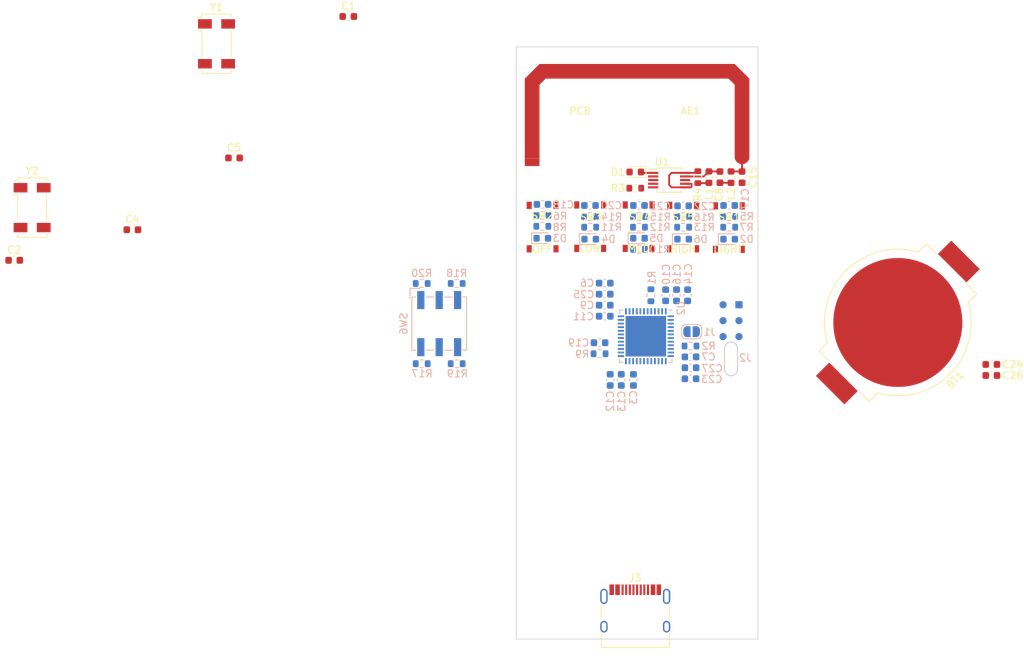
<source format=kicad_pcb>
(kicad_pcb (version 20211014) (generator pcbnew)
  (layers (0 "F.Cu" signal) (31 "B.Cu" signal) (34 "B.Paste" user) (35 "F.Paste" user) (36 "B.SilkS" user "B.Silkscreen") (37 "F.SilkS" user "F.Silkscreen") (38 "B.Mask" user) (39 "F.Mask" user) (44 "Edge.Cuts" user))
  (net 0 "")
  (net 1 "GND")
  (net 2 "+BATT")
  (net 3 "Net-(C1-Pad2)")
  (net 4 "Net-(C2-Pad2)")
  (net 5 "Net-(C3-Pad2)")
  (net 6 "Net-(C4-Pad2)")
  (net 7 "Net-(C5-Pad2)")
  (net 8 "VDD")
  (net 9 "Net-(C8-Pad1)")
  (net 10 "Net-(C8-Pad2)")
  (net 11 "LIGHT")
  (net 12 "OFF")
  (net 13 "IRQ")
  (net 14 "LOW")
  (net 15 "MED")
  (net 16 "HIGH")
  (net 17 "ASK")
  (net 18 "Net-(D1-Pad2)")
  (net 19 "Net-(D2-Pad1)")
  (net 20 "Net-(D2-Pad2)")
  (net 21 "Net-(D3-Pad2)")
  (net 22 "Net-(D4-Pad2)")
  (net 23 "Net-(D5-Pad2)")
  (net 24 "Net-(D6-Pad2)")
  (net 25 "NRST")
  (net 26 "SWDIO")
  (net 27 "SWO")
  (net 28 "SWCLK")
  (net 37 "Net-(L1-Pad2)")
  (net 38 "Net-(R1-Pad2)")
  (net 39 "Net-(R5-Pad2)")
  (net 40 "Net-(R6-Pad2)")
  (net 41 "Net-(R14-Pad2)")
  (net 42 "Net-(R15-Pad2)")
  (net 43 "Net-(R16-Pad2)")
  (net 44 "Net-(R17-Pad1)")
  (net 45 "Net-(R18-Pad1)")
  (net 46 "Net-(R19-Pad1)")
  (net 47 "Net-(R20-Pad1)")
  (net 66 "JTDI")
  (net 67 "NJTRST")
  (net 73 "Net-(C15-Pad1)")
  (footprint "Capacitor_SMD:C_0603_1608Metric" (layer "F.Cu") (at 179.4256 77.3684)
    (fp_text reference "C26" (at 2.9464 0) (layer "F.SilkS"))
    (fp_text value "0.1uF")
    (pad "1" smd roundrect (at -0.775 0) (size 0.9 0.95) (layers "F.Cu" "F.Paste" "F.Mask") (net 2 "+BATT"))
    (pad "2" smd roundrect (at 0.775 0) (size 0.9 0.95) (layers "F.Cu" "F.Paste" "F.Mask") (net 1 "GND"))
  )
  (footprint "Capacitor_SMD:C_0603_1608Metric" (layer "F.Cu") (at 141.986 49.9872 90)
    (fp_text reference "C8" (at -2.413 -0.127 90) (layer "F.SilkS"))
    (fp_text value "10pF" hide)
    (pad "1" smd roundrect (at -0.775 0 90) (size 0.9 0.95) (layers "F.Cu" "F.Paste" "F.Mask") (net 9 "Net-(C8-Pad1)"))
    (pad "2" smd roundrect (at 0.775 0 90) (size 0.9 0.95) (layers "F.Cu" "F.Paste" "F.Mask") (net 10 "Net-(C8-Pad2)"))
  )
  (footprint "Capacitor_SMD:C_0603_1608Metric" (layer "F.Cu") (at 74.949 47.336)
    (fp_text reference "C5" (at 0 -1.43) (layer "F.SilkS"))
    (fp_text value "12pF")
    (pad "1" smd roundrect (at -0.775 0) (size 0.9 0.95) (layers "F.Cu" "F.Paste" "F.Mask") (net 1 "GND"))
    (pad "2" smd roundrect (at 0.775 0) (size 0.9 0.95) (layers "F.Cu" "F.Paste" "F.Mask") (net 7 "Net-(C5-Pad2)"))
  )
  (footprint "Capacitor_SMD:C_0603_1608Metric" (layer "F.Cu") (at 90.709 27.806)
    (fp_text reference "C1" (at 0 -1.43) (layer "F.SilkS"))
    (fp_text value "18pF")
    (pad "1" smd roundrect (at -0.775 0) (size 0.9 0.95) (layers "F.Cu" "F.Paste" "F.Mask") (net 1 "GND"))
    (pad "2" smd roundrect (at 0.775 0) (size 0.9 0.95) (layers "F.Cu" "F.Paste" "F.Mask") (net 3 "Net-(C1-Pad2)"))
  )
  (footprint "Resistor_SMD:R_0603_1608Metric" (layer "F.Cu") (at 138.938 49.9872 -90)
    (fp_text reference "R4" (at 2.413 0 90) (layer "F.SilkS"))
    (fp_text value "0")
    (pad "1" smd roundrect (at -0.825 0 270) (size 0.8 0.95) (layers "F.Cu" "F.Paste" "F.Mask") (net 8 "VDD"))
    (pad "2" smd roundrect (at 0.825 0 270) (size 0.8 0.95) (layers "F.Cu" "F.Paste" "F.Mask") (net 37 "Net-(L1-Pad2)"))
  )
  (footprint "Battery:BatteryHolder_MPD_BC2003_1x2032" (layer "F.Cu") (at 166.5224 70.0532 -135)
    (fp_text reference "BT1" (at 0 -11.2 45) (layer "F.SilkS"))
    (fp_text value "3V")
    (pad "1" smd rect (at -11.905 0 225) (size 2.6 5.56) (layers "F.Cu" "F.Paste" "F.Mask") (net 2 "+BATT"))
    (pad "1" smd rect (at 11.905 0 225) (size 2.6 5.56) (layers "F.Cu" "F.Paste" "F.Mask") (net 2 "+BATT"))
    (pad "2" smd circle (at 0 0 225) (size 17.8 17.8) (layers "F.Cu" "F.Mask") (net 1 "GND"))
  )
  (footprint "Capacitor_SMD:C_0603_1608Metric" (layer "F.Cu") (at 60.919 57.246)
    (fp_text reference "C4" (at 0 -1.43) (layer "F.SilkS"))
    (fp_text value "18pF")
    (pad "1" smd roundrect (at -0.775 0) (size 0.9 0.95) (layers "F.Cu" "F.Paste" "F.Mask") (net 1 "GND"))
    (pad "2" smd roundrect (at 0.775 0) (size 0.9 0.95) (layers "F.Cu" "F.Paste" "F.Mask") (net 6 "Net-(C4-Pad2)"))
  )
  (footprint "Inductor_SMD:L_0603_1608Metric" (layer "F.Cu") (at 140.462 49.9872 -90)
    (fp_text reference "L1" (at 2.286 0 90) (layer "F.SilkS"))
    (fp_text value "470nH" hide)
    (pad "1" smd roundrect (at -0.7875 0 270) (size 0.875 0.95) (layers "F.Cu" "F.Paste" "F.Mask") (net 10 "Net-(C8-Pad2)"))
    (pad "2" smd roundrect (at 0.7875 0 270) (size 0.875 0.95) (layers "F.Cu" "F.Paste" "F.Mask") (net 37 "Net-(L1-Pad2)"))
  )
  (footprint "matei:PTS526 SKG15 SMTR2 LFS" (layer "F.Cu") (at 119.718 60.379 90)
    (fp_text reference "SW2" (at 5.08 -2.243) (layer "F.SilkS"))
    (fp_text value "OFF" (at 0.435 -2.243) (layer "F.SilkS"))
    (pad "1" smd rect (at 0.5 -4.05 90) (size 1 0.7) (layers "F.Cu" "F.Paste" "F.Mask") (net 8 "VDD"))
    (pad "2" smd rect (at 0.5 -0.35 90) (size 1 0.7) (layers "F.Cu" "F.Paste" "F.Mask") (net 8 "VDD"))
    (pad "3" smd rect (at 6.5 -4.05 90) (size 1 0.7) (layers "F.Cu" "F.Paste" "F.Mask") (net 40 "Net-(R6-Pad2)"))
    (pad "4" smd rect (at 6.5 -0.35 90) (size 1 0.7) (layers "F.Cu" "F.Paste" "F.Mask") (net 21 "Net-(D3-Pad2)"))
  )
  (footprint "Diode_SMD:D_0603_1608Metric" (layer "F.Cu") (at 130.302 49.276 180)
    (fp_text reference "D1" (at 2.413 0) (layer "F.SilkS"))
    (fp_text value "LED")
    (pad "1" smd roundrect (at -0.7875 0 180) (size 0.875 0.95) (layers "F.Cu" "F.Paste" "F.Mask") (net 17 "ASK"))
    (pad "2" smd roundrect (at 0.7875 0 180) (size 0.875 0.95) (layers "F.Cu" "F.Paste" "F.Mask") (net 18 "Net-(D1-Pad2)"))
  )
  (footprint "matei:PTS526 SKG15 SMTR2 LFS" (layer "F.Cu") (at 139.108 60.379 90)
    (fp_text reference "SW5" (at 4.88 -2.202) (layer "F.SilkS"))
    (fp_text value "HIGH" (at 0.435 -2.202) (layer "F.SilkS"))
    (pad "1" smd rect (at 0.5 -4.05 90) (size 1 0.7) (layers "F.Cu" "F.Paste" "F.Mask") (net 8 "VDD"))
    (pad "2" smd rect (at 0.5 -0.35 90) (size 1 0.7) (layers "F.Cu" "F.Paste" "F.Mask") (net 8 "VDD"))
    (pad "3" smd rect (at 6.5 -4.05 90) (size 1 0.7) (layers "F.Cu" "F.Paste" "F.Mask") (net 43 "Net-(R16-Pad2)"))
    (pad "4" smd rect (at 6.5 -0.35 90) (size 1 0.7) (layers "F.Cu" "F.Paste" "F.Mask") (net 24 "Net-(D6-Pad2)"))
  )
  (footprint "Capacitor_SMD:C_0603_1608Metric" (layer "F.Cu") (at 179.4256 75.8444)
    (fp_text reference "C24" (at 2.9464 0) (layer "F.SilkS"))
    (fp_text value "100uF")
    (pad "1" smd roundrect (at -0.775 0) (size 0.9 0.95) (layers "F.Cu" "F.Paste" "F.Mask") (net 2 "+BATT"))
    (pad "2" smd roundrect (at 0.775 0) (size 0.9 0.95) (layers "F.Cu" "F.Paste" "F.Mask") (net 1 "GND"))
  )
  (footprint "matei:PTS526 SKG15 SMTR2 LFS" (layer "F.Cu") (at 126.281 60.325 90)
    (fp_text reference "SW3" (at 4.826 -2.075) (layer "F.SilkS"))
    (fp_text value "LOW" (at 0.508 -2.202) (layer "F.SilkS"))
    (pad "1" smd rect (at 0.5 -4.05 90) (size 1 0.7) (layers "F.Cu" "F.Paste" "F.Mask") (net 8 "VDD"))
    (pad "2" smd rect (at 0.5 -0.35 90) (size 1 0.7) (layers "F.Cu" "F.Paste" "F.Mask") (net 8 "VDD"))
    (pad "3" smd rect (at 6.5 -4.05 90) (size 1 0.7) (layers "F.Cu" "F.Paste" "F.Mask") (net 41 "Net-(R14-Pad2)"))
    (pad "4" smd rect (at 6.5 -0.35 90) (size 1 0.7) (layers "F.Cu" "F.Paste" "F.Mask") (net 22 "Net-(D4-Pad2)"))
  )
  (footprint "Crystal:Crystal_SMD_Abracon_ABS25-4Pin_8.0x3.8mm" (layer "F.Cu") (at 47.089 54.196)
    (fp_text reference "Y2" (at 0 -5.08) (layer "F.SilkS"))
    (fp_text value "9.375MHz")
    (pad "1" smd rect (at -1.6 -2.75 270) (size 1.3 1.9) (layers "F.Cu" "F.Paste" "F.Mask") (net 7 "Net-(C5-Pad2)"))
    (pad "2" smd rect (at -1.6 2.75 270) (size 1.3 1.9) (layers "F.Cu" "F.Paste" "F.Mask") (net 1 "GND"))
    (pad "3" smd rect (at 1.6 2.75 270) (size 1.3 1.9) (layers "F.Cu" "F.Paste" "F.Mask") (net 4 "Net-(C2-Pad2)"))
    (pad "4" smd rect (at 1.6 -2.75 270) (size 1.3 1.9) (layers "F.Cu" "F.Paste" "F.Mask") (net 1 "GND"))
  )
  (footprint "Package_SO:MSOP-10_3x3mm_P0.5mm" (layer "F.Cu") (at 134.9756 50.3936)
    (fp_text reference "U1" (at -0.9906 -2.5146) (layer "F.SilkS"))
    (fp_text value "MICRF112YMM" hide)
    (pad "1" smd rect (at -2.2 -1) (size 1.4 0.3) (layers "F.Cu" "F.Paste" "F.Mask") (net 17 "ASK"))
    (pad "2" smd rect (at -2.2 -0.5) (size 1.4 0.3) (layers "F.Cu" "F.Paste" "F.Mask") (net 4 "Net-(C2-Pad2)"))
    (pad "3" smd rect (at -2.2 0) (size 1.4 0.3) (layers "F.Cu" "F.Paste" "F.Mask") (net 7 "Net-(C5-Pad2)"))
    (pad "4" smd rect (at -2.2 0.5) (size 1.4 0.3) (layers "F.Cu" "F.Paste" "F.Mask") (net 1 "GND"))
    (pad "5" smd rect (at -2.2 1) (size 1.4 0.3) (layers "F.Cu" "F.Paste" "F.Mask"))
    (pad "6" smd rect (at 2.2 1) (size 1.4 0.3) (layers "F.Cu" "F.Paste" "F.Mask") (net 8 "VDD"))
    (pad "7" smd rect (at 2.2 0.5) (size 1.4 0.3) (layers "F.Cu" "F.Paste" "F.Mask") (net 8 "VDD"))
    (pad "8" smd rect (at 2.2 0) (size 1.4 0.3) (layers "F.Cu" "F.Paste" "F.Mask") (net 1 "GND"))
    (pad "9" smd rect (at 2.2 -0.5) (size 1.4 0.3) (layers "F.Cu" "F.Paste" "F.Mask") (net 10 "Net-(C8-Pad2)"))
    (pad "10" smd rect (at 2.2 -1) (size 1.4 0.3) (layers "F.Cu" "F.Paste" "F.Mask") (net 8 "VDD"))
  )
  (footprint "Inductor_SMD:L_0603_1608Metric" (layer "F.Cu") (at 143.51 49.9872 -90)
    (fp_text reference "L2" (at 2.286 0 90) (layer "F.SilkS"))
    (fp_text value "82nH" hide)
    (pad "1" smd roundrect (at -0.7875 0 270) (size 0.875 0.95) (layers "F.Cu" "F.Paste" "F.Mask") (net 73 "Net-(C15-Pad1)"))
    (pad "2" smd roundrect (at 0.7875 0 270) (size 0.875 0.95) (layers "F.Cu" "F.Paste" "F.Mask") (net 9 "Net-(C8-Pad1)"))
  )
  (footprint "matei:antenna-300-500MHz" (layer "F.Cu") (at 115.06 48.4525)
    (fp_text reference "AE1" (at 22.86 -7.62) (layer "F.SilkS"))
    (fp_text value "PCB" (at 7.62 -7.62) (layer "F.SilkS"))
    (pad "1" smd custom (at 29.972 -1.27) (size 1.27 1.27) (layers "F.Cu" "F.Mask") (net 73 "Net-(C15-Pad1)") (options (clearance outline) (anchor circle)) (primitives (gr_poly (pts (xy -29.972 -10.795) (xy -27.94 -12.827) (xy -1.016 -12.827) (xy 1.016 -10.795) (xy 1.016 0) (xy 0.996 0.198) (xy 0.939 0.389) (xy 0.845 0.564) (xy 0.718 0.718) (xy 0.564 0.845) (xy 0.389 0.939) (xy 0.198 0.996) (xy 0 1.016) (xy -0.198 0.996) (xy -0.389 0.939) (xy -0.564 0.845) (xy -0.718 0.718) (xy -0.845 0.564) (xy -0.939 0.389) (xy -0.996 0.198) (xy -1.016 0) (xy -1.016 -9.953) (xy -1.858 -10.795) (xy -27.098 -10.795) (xy -27.94 -9.953) (xy -27.94 0.254) (xy -29.972 0.254)) (width 0) (fill yes))))
    (pad "2" smd rect (at 1.016 -0.508) (size 2.032 1.016) (layers "F.Cu" "F.Paste" "F.Mask") (net 1 "GND"))
  )
  (footprint "Crystal:Crystal_SMD_Abracon_ABS25-4Pin_8.0x3.8mm" (layer "F.Cu") (at 72.529 31.576)
    (fp_text reference "Y1" (at 0 -5.08) (layer "F.SilkS"))
    (fp_text value "4MHz")
    (pad "1" smd rect (at -1.6 -2.75 270) (size 1.3 1.9) (layers "F.Cu" "F.Paste" "F.Mask") (net 3 "Net-(C1-Pad2)"))
    (pad "2" smd rect (at -1.6 2.75 270) (size 1.3 1.9) (layers "F.Cu" "F.Paste" "F.Mask") (net 1 "GND"))
    (pad "3" smd rect (at 1.6 2.75 270) (size 1.3 1.9) (layers "F.Cu" "F.Paste" "F.Mask") (net 6 "Net-(C4-Pad2)"))
    (pad "4" smd rect (at 1.6 -2.75 270) (size 1.3 1.9) (layers "F.Cu" "F.Paste" "F.Mask") (net 1 "GND"))
  )
  (footprint "matei:PTS526 SKG15 SMTR2 LFS" (layer "F.Cu") (at 132.969 60.325 90)
    (fp_text reference "SW4" (at 4.826 -2.032) (layer "F.SilkS"))
    (fp_text value "MED" (at 0.508 -2.159) (layer "F.SilkS"))
    (pad "1" smd rect (at 0.5 -4.05 90) (size 1 0.7) (layers "F.Cu" "F.Paste" "F.Mask") (net 8 "VDD"))
    (pad "2" smd rect (at 0.5 -0.35 90) (size 1 0.7) (layers "F.Cu" "F.Paste" "F.Mask") (net 8 "VDD"))
    (pad "3" smd rect (at 6.5 -4.05 90) (size 1 0.7) (layers "F.Cu" "F.Paste" "F.Mask") (net 42 "Net-(R15-Pad2)"))
    (pad "4" smd rect (at 6.5 -0.35 90) (size 1 0.7) (layers "F.Cu" "F.Paste" "F.Mask") (net 23 "Net-(D5-Pad2)"))
  )
  (footprint "Resistor_SMD:R_0603_1608Metric" (layer "F.Cu") (at 130.302 51.5112 180)
    (fp_text reference "R3" (at 2.413 0) (layer "F.SilkS"))
    (fp_text value "100k" hide)
    (pad "1" smd roundrect (at -0.825 0 180) (size 0.8 0.95) (layers "F.Cu" "F.Paste" "F.Mask") (net 17 "ASK"))
    (pad "2" smd roundrect (at 0.825 0 180) (size 0.8 0.95) (layers "F.Cu" "F.Paste" "F.Mask") (net 1 "GND"))
  )
  (footprint "Capacitor_SMD:C_0603_1608Metric" (layer "F.Cu") (at 145.034 49.9872 -90)
    (fp_text reference "C15" (at 0 -1.524 90) (layer "F.SilkS"))
    (fp_text value "4.7pF" hide)
    (pad "1" smd roundrect (at -0.775 0 270) (size 0.9 0.95) (layers "F.Cu" "F.Paste" "F.Mask") (net 73 "Net-(C15-Pad1)"))
    (pad "2" smd roundrect (at 0.775 0 270) (size 0.9 0.95) (layers "F.Cu" "F.Paste" "F.Mask") (net 1 "GND"))
  )
  (footprint "Connector_USB:USB_C_Receptacle_HRO_TYPE-C-31-M-12" (layer "F.Cu") (at 130.302 110.998)
    (fp_text reference "J3" (at 0 -5.645) (layer "F.SilkS"))
    (fp_text value "USB-C")
    (pad "" np_thru_hole circle (at 2.89 -2.6) (size 0.65 0.65) (drill 0.65) (layers *.Cu *.Mask))
    (pad "" np_thru_hole circle (at -2.89 -2.6) (size 0.65 0.65) (drill 0.65) (layers *.Cu *.Mask))
    (pad "A1" smd rect (at -3.25 -4.045) (size 0.6 1.45) (layers "F.Cu" "F.Paste" "F.Mask") (net 1 "GND"))
    (pad "A4" smd rect (at -2.45 -4.045) (size 0.6 1.45) (layers "F.Cu" "F.Paste" "F.Mask") (net 8 "VDD"))
    (pad "A5" smd rect (at -1.25 -4.045) (size 0.3 1.45) (layers "F.Cu" "F.Paste" "F.Mask"))
    (pad "A6" smd rect (at -0.25 -4.045) (size 0.3 1.45) (layers "F.Cu" "F.Paste" "F.Mask"))
    (pad "A7" smd rect (at 0.25 -4.045) (size 0.3 1.45) (layers "F.Cu" "F.Paste" "F.Mask"))
    (pad "A8" smd rect (at 1.25 -4.045) (size 0.3 1.45) (layers "F.Cu" "F.Paste" "F.Mask"))
    (pad "A9" smd rect (at 2.45 -4.045) (size 0.6 1.45) (layers "F.Cu" "F.Paste" "F.Mask") (net 8 "VDD"))
    (pad "A12" smd rect (at 3.25 -4.045) (size 0.6 1.45) (layers "F.Cu" "F.Paste" "F.Mask") (net 1 "GND"))
    (pad "B1" smd rect (at 3.25 -4.045) (size 0.6 1.45) (layers "F.Cu" "F.Paste" "F.Mask") (net 1 "GND"))
    (pad "B4" smd rect (at 2.45 -4.045) (size 0.6 1.45) (layers "F.Cu" "F.Paste" "F.Mask") (net 8 "VDD"))
    (pad "B5" smd rect (at 1.75 -4.045) (size 0.3 1.45) (layers "F.Cu" "F.Paste" "F.Mask"))
    (pad "B6" smd rect (at 0.75 -4.045) (size 0.3 1.45) (layers "F.Cu" "F.Paste" "F.Mask"))
    (pad "B7" smd rect (at -0.75 -4.045) (size 0.3 1.45) (layers "F.Cu" "F.Paste" "F.Mask"))
    (pad "B8" smd rect (at -1.75 -4.045) (size 0.3 1.45) (layers "F.Cu" "F.Paste" "F.Mask"))
    (pad "B9" smd rect (at -2.45 -4.045) (size 0.6 1.45) (layers "F.Cu" "F.Paste" "F.Mask") (net 8 "VDD"))
    (pad "B12" smd rect (at -3.25 -4.045) (size 0.6 1.45) (layers "F.Cu" "F.Paste" "F.Mask") (net 1 "GND"))
    (pad "S1" thru_hole oval (at 4.32 1.05) (size 1 1.6) (drill oval 0.6 1.2) (layers *.Cu *.Mask) (net 1 "GND"))
    (pad "S1" thru_hole oval (at -4.32 1.05) (size 1 1.6) (drill oval 0.6 1.2) (layers *.Cu *.Mask) (net 1 "GND"))
    (pad "S1" thru_hole oval (at -4.32 -3.13) (size 1 2.1) (drill oval 0.6 1.7) (layers *.Cu *.Mask) (net 1 "GND"))
    (pad "S1" thru_hole oval (at 4.32 -3.13) (size 1 2.1) (drill oval 0.6 1.7) (layers *.Cu *.Mask) (net 1 "GND"))
  )
  (footprint "matei:PTS526 SKG15 SMTR2 LFS" (layer "F.Cu") (at 145.415 60.452 90)
    (fp_text reference "SW1" (at 4.953 -2.159) (layer "F.SilkS"))
    (fp_text value "LIGHT" (at 0.508 -2.286) (layer "F.SilkS"))
    (pad "1" smd rect (at 0.5 -4.05 90) (size 1 0.7) (layers "F.Cu" "F.Paste" "F.Mask") (net 8 "VDD"))
    (pad "2" smd rect (at 0.5 -0.35 90) (size 1 0.7) (layers "F.Cu" "F.Paste" "F.Mask") (net 8 "VDD"))
    (pad "3" smd rect (at 6.5 -4.05 90) (size 1 0.7) (layers "F.Cu" "F.Paste" "F.Mask") (net 39 "Net-(R5-Pad2)"))
    (pad "4" smd rect (at 6.5 -0.35 90) (size 1 0.7) (layers "F.Cu" "F.Paste" "F.Mask") (net 20 "Net-(D2-Pad2)"))
  )
  (footprint "Capacitor_SMD:C_0603_1608Metric" (layer "F.Cu") (at 44.6154 61.468)
    (fp_text reference "C2" (at 0 -1.43) (layer "F.SilkS"))
    (fp_text value "12pF")
    (pad "1" smd roundrect (at -0.775 0) (size 0.9 0.95) (layers "F.Cu" "F.Paste" "F.Mask") (net 1 "GND"))
    (pad "2" smd roundrect (at 0.775 0) (size 0.9 0.95) (layers "F.Cu" "F.Paste" "F.Mask") (net 4 "Net-(C2-Pad2)"))
  )
  (footprint "Package_DFN_QFN:QFN-48-1EP_7x7mm_P0.5mm_EP5.6x5.6mm" (layer "B.Cu") (at 131.758 71.95 180)
    (fp_text reference "U2" (at -4.8432 3.878 90) (layer "B.SilkS") (effects (justify mirror)))
    (fp_text value "STM32F401CBUx")
    (pad "1" smd roundrect (at -3.4375 2.75 180) (size 0.875 0.25) (layers "B.Cu" "B.Paste" "B.Mask") (net 2 "+BATT"))
    (pad "2" smd roundrect (at -3.4375 2.25 180) (size 0.875 0.25) (layers "B.Cu" "B.Paste" "B.Mask"))
    (pad "3" smd roundrect (at -3.4375 1.75 180) (size 0.875 0.25) (layers "B.Cu" "B.Paste" "B.Mask"))
    (pad "4" smd roundrect (at -3.4375 1.25 180) (size 0.875 0.25) (layers "B.Cu" "B.Paste" "B.Mask"))
    (pad "5" smd roundrect (at -3.4375 0.75 180) (size 0.875 0.25) (layers "B.Cu" "B.Paste" "B.Mask") (net 3 "Net-(C1-Pad2)"))
    (pad "6" smd roundrect (at -3.4375 0.25 180) (size 0.875 0.25) (layers "B.Cu" "B.Paste" "B.Mask") (net 6 "Net-(C4-Pad2)"))
    (pad "7" smd roundrect (at -3.4375 -0.25 180) (size 0.875 0.25) (layers "B.Cu" "B.Paste" "B.Mask") (net 25 "NRST"))
    (pad "8" smd roundrect (at -3.4375 -0.75 180) (size 0.875 0.25) (layers "B.Cu" "B.Paste" "B.Mask") (net 1 "GND"))
    (pad "9" smd roundrect (at -3.4375 -1.25 180) (size 0.875 0.25) (layers "B.Cu" "B.Paste" "B.Mask") (net 8 "VDD"))
    (pad "10" smd roundrect (at -3.4375 -1.75 180) (size 0.875 0.25) (layers "B.Cu" "B.Paste" "B.Mask"))
    (pad "11" smd roundrect (at -3.4375 -2.25 180) (size 0.875 0.25) (layers "B.Cu" "B.Paste" "B.Mask"))
    (pad "12" smd roundrect (at -3.4375 -2.75 180) (size 0.875 0.25) (layers "B.Cu" "B.Paste" "B.Mask") (net 18 "Net-(D1-Pad2)"))
    (pad "13" smd roundrect (at -2.75 -3.4375 180) (size 0.25 0.875) (layers "B.Cu" "B.Paste" "B.Mask"))
    (pad "14" smd roundrect (at -2.25 -3.4375 180) (size 0.25 0.875) (layers "B.Cu" "B.Paste" "B.Mask"))
    (pad "15" smd roundrect (at -1.75 -3.4375 180) (size 0.25 0.875) (layers "B.Cu" "B.Paste" "B.Mask"))
    (pad "16" smd roundrect (at -1.25 -3.4375 180) (size 0.25 0.875) (layers "B.Cu" "B.Paste" "B.Mask"))
    (pad "17" smd roundrect (at -0.75 -3.4375 180) (size 0.25 0.875) (layers "B.Cu" "B.Paste" "B.Mask"))
    (pad "18" smd roundrect (at -0.25 -3.4375 180) (size 0.25 0.875) (layers "B.Cu" "B.Paste" "B.Mask") (net 11 "LIGHT"))
    (pad "19" smd roundrect (at 0.25 -3.4375 180) (size 0.25 0.875) (layers "B.Cu" "B.Paste" "B.Mask") (net 12 "OFF"))
    (pad "20" smd roundrect (at 0.75 -3.4375 180) (size 0.25 0.875) (layers "B.Cu" "B.Paste" "B.Mask") (net 14 "LOW"))
    (pad "21" smd roundrect (at 1.25 -3.4375 180) (size 0.25 0.875) (layers "B.Cu" "B.Paste" "B.Mask") (net 15 "MED"))
    (pad "22" smd roundrect (at 1.75 -3.4375 180) (size 0.25 0.875) (layers "B.Cu" "B.Paste" "B.Mask") (net 5 "Net-(C3-Pad2)"))
    (pad "23" smd roundrect (at 2.25 -3.4375 180) (size 0.25 0.875) (layers "B.Cu" "B.Paste" "B.Mask") (net 1 "GND"))
    (pad "24" smd roundrect (at 2.75 -3.4375 180) (size 0.25 0.875) (layers "B.Cu" "B.Paste" "B.Mask") (net 8 "VDD"))
    (pad "25" smd roundrect (at 3.4375 -2.75 180) (size 0.875 0.25) (layers "B.Cu" "B.Paste" "B.Mask") (net 16 "HIGH"))
    (pad "26" smd roundrect (at 3.4375 -2.25 180) (size 0.875 0.25) (layers "B.Cu" "B.Paste" "B.Mask") (net 13 "IRQ"))
    (pad "27" smd roundrect (at 3.4375 -1.75 180) (size 0.875 0.25) (layers "B.Cu" "B.Paste" "B.Mask"))
    (pad "28" smd roundrect (at 3.4375 -1.25 180) (size 0.875 0.25) (layers "B.Cu" "B.Paste" "B.Mask"))
    (pad "29" smd roundrect (at 3.4375 -0.75 180) (size 0.875 0.25) (layers "B.Cu" "B.Paste" "B.Mask"))
    (pad "30" smd roundrect (at 3.4375 -0.25 180) (size 0.875 0.25) (layers "B.Cu" "B.Paste" "B.Mask"))
    (pad "31" smd roundrect (at 3.4375 0.25 180) (size 0.875 0.25) (layers "B.Cu" "B.Paste" "B.Mask"))
    (pad "32" smd roundrect (at 3.4375 0.75 180) (size 0.875 0.25) (layers "B.Cu" "B.Paste" "B.Mask"))
    (pad "33" smd roundrect (at 3.4375 1.25 180) (size 0.875 0.25) (layers "B.Cu" "B.Paste" "B.Mask"))
    (pad "34" smd roundrect (at 3.4375 1.75 180) (size 0.875 0.25) (layers "B.Cu" "B.Paste" "B.Mask") (net 26 "SWDIO"))
    (pad "35" smd roundrect (at 3.4375 2.25 180) (size 0.875 0.25) (layers "B.Cu" "B.Paste" "B.Mask") (net 1 "GND"))
    (pad "36" smd roundrect (at 3.4375 2.75 180) (size 0.875 0.25) (layers "B.Cu" "B.Paste" "B.Mask") (net 8 "VDD"))
    (pad "37" smd roundrect (at 2.75 3.4375 180) (size 0.25 0.875) (layers "B.Cu" "B.Paste" "B.Mask") (net 28 "SWCLK"))
    (pad "38" smd roundrect (at 2.25 3.4375 180) (size 0.25 0.875) (layers "B.Cu" "B.Paste" "B.Mask") (net 66 "JTDI"))
    (pad "39" smd roundrect (at 1.75 3.4375 180) (size 0.25 0.875) (layers "B.Cu" "B.Paste" "B.Mask") (net 27 "SWO"))
    (pad "40" smd roundrect (at 1.25 3.4375 180) (size 0.25 0.875) (layers "B.Cu" "B.Paste" "B.Mask") (net 67 "NJTRST"))
    (pad "41" smd roundrect (at 0.75 3.4375 180) (size 0.25 0.875) (layers "B.Cu" "B.Paste" "B.Mask"))
    (pad "42" smd roundrect (at 0.25 3.4375 180) (size 0.25 0.875) (layers "B.Cu" "B.Paste" "B.Mask"))
    (pad "43" smd roundrect (at -0.25 3.4375 180) (size 0.25 0.875) (layers "B.Cu" "B.Paste" "B.Mask"))
    (pad "44" smd roundrect (at -0.75 3.4375 180) (size 0.25 0.875) (layers "B.Cu" "B.Paste" "B.Mask") (net 38 "Net-(R1-Pad2)"))
    (pad "45" smd roundrect (at -1.25 3.4375 180) (size 0.25 0.875) (layers "B.Cu" "B.Paste" "B.Mask"))
    (pad "46" smd roundrect (at -1.75 3.4375 180) (size 0.25 0.875) (layers "B.Cu" "B.Paste" "B.Mask"))
    (pad "47" smd roundrect (at -2.25 3.4375 180) (size 0.25 0.875) (layers "B.Cu" "B.Paste" "B.Mask") (net 1 "GND"))
    (pad "48" smd roundrect (at -2.75 3.4375 180) (size 0.25 0.875) (layers "B.Cu" "B.Paste" "B.Mask") (net 8 "VDD"))
    (pad "49" smd rect (at 0 0 180) (size 5.6 5.6) (layers "B.Cu" "B.Mask") (net 1 "GND"))
  )
  (footprint "Resistor_SMD:R_0603_1608Metric" (layer "B.Cu") (at 130.81 59.944)
    (fp_text reference "R10" (at 2.8956 0) (layer "B.SilkS") (effects (justify mirror)))
    (fp_text value "100k")
    (pad "1" smd roundrect (at -0.825 0) (size 0.8 0.95) (layers "B.Cu" "B.Paste" "B.Mask") (net 19 "Net-(D2-Pad1)"))
    (pad "2" smd roundrect (at 0.825 0) (size 0.8 0.95) (layers "B.Cu" "B.Paste" "B.Mask") (net 1 "GND"))
  )
  (footprint "Capacitor_SMD:C_0603_1608Metric" (layer "B.Cu") (at 130.048 77.978 90)
    (fp_text reference "C3" (at -2.413 0 90) (layer "B.SilkS") (effects (justify mirror)))
    (fp_text value "4.7uF")
    (pad "1" smd roundrect (at -0.775 0 90) (size 0.9 0.95) (layers "B.Cu" "B.Paste" "B.Mask") (net 1 "GND"))
    (pad "2" smd roundrect (at 0.775 0 90) (size 0.9 0.95) (layers "B.Cu" "B.Paste" "B.Mask") (net 5 "Net-(C3-Pad2)"))
  )
  (footprint "Resistor_SMD:R_0603_1608Metric" (layer "B.Cu") (at 132.461 66.294 -90)
    (fp_text reference "R1" (at -2.413 -0.127 90) (layer "B.SilkS") (effects (justify mirror)))
    (fp_text value "100k")
    (pad "1" smd roundrect (at -0.825 0 270) (size 0.8 0.95) (layers "B.Cu" "B.Paste" "B.Mask") (net 1 "GND"))
    (pad "2" smd roundrect (at 0.825 0 270) (size 0.8 0.95) (layers "B.Cu" "B.Paste" "B.Mask") (net 38 "Net-(R1-Pad2)"))
  )
  (footprint "Resistor_SMD:R_0603_1608Metric" (layer "B.Cu") (at 130.81 55.4228 180)
    (fp_text reference "R15" (at -2.9464 -0.0508) (layer "B.SilkS") (effects (justify mirror)))
    (fp_text value "10k")
    (pad "1" smd roundrect (at -0.825 0 180) (size 0.8 0.95) (layers "B.Cu" "B.Paste" "B.Mask") (net 15 "MED"))
    (pad "2" smd roundrect (at 0.825 0 180) (size 0.8 0.95) (layers "B.Cu" "B.Paste" "B.Mask") (net 42 "Net-(R15-Pad2)"))
  )
  (footprint "Diode_SMD:D_0603_1608Metric" (layer "B.Cu") (at 117.475 58.42)
    (fp_text reference "D3" (at 2.413 0) (layer "B.SilkS") (effects (justify mirror)))
    (fp_text value "1N4148")
    (pad "1" smd roundrect (at -0.7875 0) (size 0.875 0.95) (layers "B.Cu" "B.Paste" "B.Mask") (net 19 "Net-(D2-Pad1)"))
    (pad "2" smd roundrect (at 0.7875 0) (size 0.875 0.95) (layers "B.Cu" "B.Paste" "B.Mask") (net 21 "Net-(D3-Pad2)"))
  )
  (footprint "Jumper:SolderJumper-2_P1.3mm_Open_RoundedPad1.0x1.5mm" (layer "B.Cu") (at 138.0744 71.3232 180)
    (fp_text reference "J1" (at -2.4892 -0.0508) (layer "B.SilkS") (effects (justify mirror)))
    (fp_text value "RESET")
    (pad "1" smd custom (at -0.65 0 180) (size 1 0.5) (layers "B.Cu" "B.Mask") (net 1 "GND") (options (clearance outline) (anchor rect)) (primitives (gr_circle (center 0 -0.25) (end 0.5 -0.25) (width 0) (fill yes)) (gr_circle (center 0 0.25) (end 0.5 0.25) (width 0) (fill yes)) (gr_poly (pts (xy 0.5 -0.75) (xy 0 -0.75) (xy 0 0.75) (xy 0.5 0.75)) (width 0) (fill yes))))
    (pad "2" smd custom (at 0.65 0 180) (size 1 0.5) (layers "B.Cu" "B.Mask") (net 25 "NRST") (options (clearance outline) (anchor rect)) (primitives (gr_circle (center 0 -0.25) (end 0.5 -0.25) (width 0) (fill yes)) (gr_circle (center 0 0.25) (end 0.5 0.25) (width 0) (fill yes)) (gr_poly (pts (xy 0 -0.75) (xy -0.5 -0.75) (xy -0.5 0.75) (xy 0 0.75)) (width 0) (fill yes))))
  )
  (footprint "Resistor_SMD:R_0603_1608Metric" (layer "B.Cu") (at 100.838 64.6684 180)
    (fp_text reference "R20" (at 0 1.4224) (layer "B.SilkS") (effects (justify mirror)))
    (fp_text value "100k")
    (pad "1" smd roundrect (at -0.825 0 180) (size 0.8 0.95) (layers "B.Cu" "B.Paste" "B.Mask") (net 47 "Net-(R20-Pad1)"))
    (pad "2" smd roundrect (at 0.825 0 180) (size 0.8 0.95) (layers "B.Cu" "B.Paste" "B.Mask") (net 1 "GND"))
  )
  (footprint "Resistor_SMD:R_0603_1608Metric" (layer "B.Cu") (at 136.906 56.896 180)
    (fp_text reference "R13" (at -2.921 0) (layer "B.SilkS") (effects (justify mirror)))
    (fp_text value "100k")
    (pad "1" smd roundrect (at -0.825 0 180) (size 0.8 0.95) (layers "B.Cu" "B.Paste" "B.Mask") (net 24 "Net-(D6-Pad2)"))
    (pad "2" smd roundrect (at 0.825 0 180) (size 0.8 0.95) (layers "B.Cu" "B.Paste" "B.Mask") (net 1 "GND"))
  )
  (footprint "Capacitor_SMD:C_0603_1608Metric" (layer "B.Cu") (at 126.8476 77.978 -90)
    (fp_text reference "C12" (at 2.9464 0 90) (layer "B.SilkS") (effects (justify mirror)))
    (fp_text value "0.1uF")
    (pad "1" smd roundrect (at -0.775 0 270) (size 0.9 0.95) (layers "B.Cu" "B.Paste" "B.Mask") (net 8 "VDD"))
    (pad "2" smd roundrect (at 0.775 0 270) (size 0.9 0.95) (layers "B.Cu" "B.Paste" "B.Mask") (net 1 "GND"))
  )
  (footprint "Resistor_SMD:R_0603_1608Metric" (layer "B.Cu") (at 105.664 75.7428)
    (fp_text reference "R19" (at 0.1016 1.3716) (layer "B.SilkS") (effects (justify mirror)))
    (fp_text value "100k")
    (pad "1" smd roundrect (at -0.825 0) (size 0.8 0.95) (layers "B.Cu" "B.Paste" "B.Mask") (net 46 "Net-(R19-Pad1)"))
    (pad "2" smd roundrect (at 0.825 0) (size 0.8 0.95) (layers "B.Cu" "B.Paste" "B.Mask") (net 1 "GND"))
  )
  (footprint "Resistor_SMD:R_0603_1608Metric" (layer "B.Cu") (at 143.256 56.896)
    (fp_text reference "R7" (at 2.413 0 180) (layer "B.SilkS") (effects (justify mirror)))
    (fp_text value "100k")
    (pad "1" smd roundrect (at -0.825 0) (size 0.8 0.95) (layers "B.Cu" "B.Paste" "B.Mask") (net 1 "GND"))
    (pad "2" smd roundrect (at 0.825 0) (size 0.8 0.95) (layers "B.Cu" "B.Paste" "B.Mask") (net 20 "Net-(D2-Pad2)"))
  )
  (footprint "Capacitor_SMD:C_0603_1608Metric" (layer "B.Cu") (at 137.922 74.803)
    (fp_text reference "C7" (at 2.4892 0) (layer "B.SilkS") (effects (justify mirror)))
    (fp_text value "100nF")
    (pad "1" smd roundrect (at -0.775 0) (size 0.9 0.95) (layers "B.Cu" "B.Paste" "B.Mask") (net 8 "VDD"))
    (pad "2" smd roundrect (at 0.775 0) (size 0.9 0.95) (layers "B.Cu" "B.Paste" "B.Mask") (net 1 "GND"))
  )
  (footprint "Resistor_SMD:R_0603_1608Metric" (layer "B.Cu") (at 125.3744 74.3712 180)
    (fp_text reference "R9" (at 2.3876 -0.0508) (layer "B.SilkS") (effects (justify mirror)))
    (fp_text value "10k")
    (pad "1" smd roundrect (at -0.825 0 180) (size 0.8 0.95) (layers "B.Cu" "B.Paste" "B.Mask") (net 13 "IRQ"))
    (pad "2" smd roundrect (at 0.825 0 180) (size 0.8 0.95) (layers "B.Cu" "B.Paste" "B.Mask") (net 19 "Net-(D2-Pad1)"))
  )
  (footprint "Capacitor_SMD:C_0603_1608Metric" (layer "B.Cu") (at 130.81 53.8988)
    (fp_text reference "C21" (at 2.9464 0.1016) (layer "B.SilkS") (effects (justify mirror)))
    (fp_text value "0.1uF")
    (pad "1" smd roundrect (at -0.775 0) (size 0.9 0.95) (layers "B.Cu" "B.Paste" "B.Mask") (net 1 "GND"))
    (pad "2" smd roundrect (at 0.775 0) (size 0.9 0.95) (layers "B.Cu" "B.Paste" "B.Mask") (net 15 "MED"))
  )
  (footprint "Capacitor_SMD:C_0603_1608Metric" (layer "B.Cu") (at 134.493 66.294 -90)
    (fp_text reference "C10" (at -2.8956 -0.0762 90) (layer "B.SilkS") (effects (justify mirror)))
    (fp_text value "100nF")
    (pad "1" smd roundrect (at -0.775 0 270) (size 0.9 0.95) (layers "B.Cu" "B.Paste" "B.Mask") (net 1 "GND"))
    (pad "2" smd roundrect (at 0.775 0 270) (size 0.9 0.95) (layers "B.Cu" "B.Paste" "B.Mask") (net 8 "VDD"))
  )
  (footprint "Resistor_SMD:R_0603_1608Metric" (layer "B.Cu") (at 117.5004 55.2704 180)
    (fp_text reference "R6" (at -2.4384 -0.1016) (layer "B.SilkS") (effects (justify mirror)))
    (fp_text value "10k")
    (pad "1" smd roundrect (at -0.825 0 180) (size 0.8 0.95) (layers "B.Cu" "B.Paste" "B.Mask") (net 12 "OFF"))
    (pad "2" smd roundrect (at 0.825 0 180) (size 0.8 0.95) (layers "B.Cu" "B.Paste" "B.Mask") (net 40 "Net-(R6-Pad2)"))
  )
  (footprint "Resistor_SMD:R_0603_1608Metric" (layer "B.Cu") (at 137.922 73.3044 180)
    (fp_text reference "R2" (at -2.4892 0) (layer "B.SilkS") (effects (justify mirror)))
    (fp_text value "10k")
    (pad "1" smd roundrect (at -0.825 0 180) (size 0.8 0.95) (layers "B.Cu" "B.Paste" "B.Mask") (net 8 "VDD"))
    (pad "2" smd roundrect (at 0.825 0 180) (size 0.8 0.95) (layers "B.Cu" "B.Paste" "B.Mask") (net 25 "NRST"))
  )
  (footprint "Resistor_SMD:R_0603_1608Metric" (layer "B.Cu") (at 143.256 55.4228 180)
    (fp_text reference "R5" (at -2.4384 0) (layer "B.SilkS") (effects (justify mirror)))
    (fp_text value "10k")
    (pad "1" smd roundrect (at -0.825 0 180) (size 0.8 0.95) (layers "B.Cu" "B.Paste" "B.Mask") (net 11 "LIGHT"))
    (pad "2" smd roundrect (at 0.825 0 180) (size 0.8 0.95) (layers "B.Cu" "B.Paste" "B.Mask") (net 39 "Net-(R5-Pad2)"))
  )
  (footprint "Capacitor_SMD:C_0603_1608Metric" (layer "B.Cu") (at 126.0856 67.6656 180)
    (fp_text reference "C9" (at 2.4384 0) (layer "B.SilkS") (effects (justify mirror)))
    (fp_text value "100pF")
    (pad "1" smd roundrect (at -0.775 0 180) (size 0.9 0.95) (layers "B.Cu" "B.Paste" "B.Mask") (net 8 "VDD"))
    (pad "2" smd roundrect (at 0.775 0 180) (size 0.9 0.95) (layers "B.Cu" "B.Paste" "B.Mask") (net 1 "GND"))
  )
  (footprint "Capacitor_SMD:C_0603_1608Metric" (layer "B.Cu") (at 136.906 53.9496)
    (fp_text reference "C22" (at 2.9464 0.0508) (layer "B.SilkS") (effects (justify mirror)))
    (fp_text value "0.1uF")
    (pad "1" smd roundrect (at -0.775 0) (size 0.9 0.95) (layers "B.Cu" "B.Paste" "B.Mask") (net 1 "GND"))
    (pad "2" smd roundrect (at 0.775 0) (size 0.9 0.95) (layers "B.Cu" "B.Paste" "B.Mask") (net 16 "HIGH"))
  )
  (footprint "Capacitor_SMD:C_0603_1608Metric" (layer "B.Cu") (at 126.0856 66.1416 180)
    (fp_text reference "C25" (at 2.8956 -0.0508) (layer "B.SilkS") (effects (justify mirror)))
    (fp_text value "10uF")
    (pad "1" smd roundrect (at -0.775 0 180) (size 0.9 0.95) (layers "B.Cu" "B.Paste" "B.Mask") (net 8 "VDD"))
    (pad "2" smd roundrect (at 0.775 0 180) (size 0.9 0.95) (layers "B.Cu" "B.Paste" "B.Mask") (net 1 "GND"))
  )
  (footprint "Capacitor_SMD:C_0603_1608Metric" (layer "B.Cu") (at 137.922 76.3016)
    (fp_text reference "C27" (at 2.9972 0.1016) (layer "B.SilkS") (effects (justify mirror)))
    (fp_text value "0.1uF")
    (pad "1" smd roundrect (at -0.775 0) (size 0.9 0.95) (layers "B.Cu" "B.Paste" "B.Mask") (net 8 "VDD"))
    (pad "2" smd roundrect (at 0.775 0) (size 0.9 0.95) (layers "B.Cu" "B.Paste" "B.Mask") (net 1 "GND"))
  )
  (footprint "Resistor_SMD:R_0603_1608Metric" (layer "B.Cu") (at 117.475 56.769)
    (fp_text reference "R8" (at 2.413 0.127) (layer "B.SilkS") (effects (justify mirror)))
    (fp_text value "100k")
    (pad "1" smd roundrect (at -0.825 0) (size 0.8 0.95) (layers "B.Cu" "B.Paste" "B.Mask") (net 1 "GND"))
    (pad "2" smd roundrect (at 0.825 0) (size 0.8 0.95) (layers "B.Cu" "B.Paste" "B.Mask") (net 21 "Net-(D3-Pad2)"))
  )
  (footprint "Resistor_SMD:R_0603_1608Metric" (layer "B.Cu") (at 124.0536 55.4228 180)
    (fp_text reference "R14" (at -2.9972 -0.0508) (layer "B.SilkS") (effects (justify mirror)))
    (fp_text value "10k")
    (pad "1" smd roundrect (at -0.825 0 180) (size 0.8 0.95) (layers "B.Cu" "B.Paste" "B.Mask") (net 14 "LOW"))
    (pad "2" smd roundrect (at 0.825 0 180) (size 0.8 0.95) (layers "B.Cu" "B.Paste" "B.Mask") (net 41 "Net-(R14-Pad2)"))
  )
  (footprint "Diode_SMD:D_0603_1608Metric" (layer "B.Cu") (at 143.256 58.547)
    (fp_text reference "D2" (at 2.413 0) (layer "B.SilkS") (effects (justify mirror)))
    (fp_text value "1N4148")
    (pad "1" smd roundrect (at -0.7875 0) (size 0.875 0.95) (layers "B.Cu" "B.Paste" "B.Mask") (net 19 "Net-(D2-Pad1)"))
    (pad "2" smd roundrect (at 0.7875 0) (size 0.875 0.95) (layers "B.Cu" "B.Paste" "B.Mask") (net 20 "Net-(D2-Pad2)"))
  )
  (footprint "Capacitor_SMD:C_0603_1608Metric" (layer "B.Cu") (at 126.0856 64.6176)
    (fp_text reference "C6" (at -2.4384 0) (layer "B.SilkS") (effects (justify mirror)))
    (fp_text value "100nF")
    (pad "1" smd roundrect (at -0.775 0) (size 0.9 0.95) (layers "B.Cu" "B.Paste" "B.Mask") (net 1 "GND"))
    (pad "2" smd roundrect (at 0.775 0) (size 0.9 0.95) (layers "B.Cu" "B.Paste" "B.Mask") (net 8 "VDD"))
  )
  (footprint "Button_Switch_SMD:Nidec_Copal_SH-7010A" (layer "B.Cu") (at 103.251 70.2056 -90)
    (fp_text reference "SW6" (at 0 4.9 90) (layer "B.SilkS") (effects (justify mirror)))
    (fp_text value "SW_Coded_SH-7010")
    (pad "1" smd rect (at -3.25 2.54 270) (size 2.5 1) (layers "B.Cu" "B.Paste" "B.Mask") (net 47 "Net-(R20-Pad1)"))
    (pad "2" smd rect (at 3.25 -2.54 270) (size 2.5 1) (layers "B.Cu" "B.Paste" "B.Mask") (net 46 "Net-(R19-Pad1)"))
    (pad "4" smd rect (at -3.25 -2.54 270) (size 2.5 1) (layers "B.Cu" "B.Paste" "B.Mask") (net 45 "Net-(R18-Pad1)"))
    (pad "8" smd rect (at 3.25 2.54 270) (size 2.5 1) (layers "B.Cu" "B.Paste" "B.Mask") (net 44 "Net-(R17-Pad1)"))
    (pad "C" smd rect (at -3.25 0 270) (size 2.5 1) (layers "B.Cu" "B.Paste" "B.Mask") (net 8 "VDD"))
    (pad "C" smd rect (at 3.25 0 270) (size 2.5 1) (layers "B.Cu" "B.Paste" "B.Mask") (net 8 "VDD"))
  )
  (footprint "Diode_SMD:D_0603_1608Metric" (layer "B.Cu") (at 136.906 58.547)
    (fp_text reference "D6" (at 2.413 0) (layer "B.SilkS") (effects (justify mirror)))
    (fp_text value "1N4148")
    (pad "1" smd roundrect (at -0.7875 0) (size 0.875 0.95) (layers "B.Cu" "B.Paste" "B.Mask") (net 19 "Net-(D2-Pad1)"))
    (pad "2" smd roundrect (at 0.7875 0) (size 0.875 0.95) (layers "B.Cu" "B.Paste" "B.Mask") (net 24 "Net-(D6-Pad2)"))
  )
  (footprint "Capacitor_SMD:C_0603_1608Metric" (layer "B.Cu") (at 117.5004 53.7464)
    (fp_text reference "C18" (at 2.8956 0.0508) (layer "B.SilkS") (effects (justify mirror)))
    (fp_text value "0.1uF")
    (pad "1" smd roundrect (at -0.775 0) (size 0.9 0.95) (layers "B.Cu" "B.Paste" "B.Mask") (net 1 "GND"))
    (pad "2" smd roundrect (at 0.775 0) (size 0.9 0.95) (layers "B.Cu" "B.Paste" "B.Mask") (net 12 "OFF"))
  )
  (footprint "Resistor_SMD:R_0603_1608Metric" (layer "B.Cu") (at 124.079 56.896 180)
    (fp_text reference "R11" (at -2.921 0) (layer "B.SilkS") (effects (justify mirror)))
    (fp_text value "100k")
    (pad "1" smd roundrect (at -0.825 0 180) (size 0.8 0.95) (layers "B.Cu" "B.Paste" "B.Mask") (net 22 "Net-(D4-Pad2)"))
    (pad "2" smd roundrect (at 0.825 0 180) (size 0.8 0.95) (layers "B.Cu" "B.Paste" "B.Mask") (net 1 "GND"))
  )
  (footprint "Capacitor_SMD:C_0603_1608Metric" (layer "B.Cu") (at 143.256 53.8988)
    (fp_text reference "C17" (at 2.1844 -0.9144 90) (layer "B.SilkS") (effects (justify mirror)))
    (fp_text value "0.1uF")
    (pad "1" smd roundrect (at -0.775 0) (size 0.9 0.95) (layers "B.Cu" "B.Paste" "B.Mask") (net 1 "GND"))
    (pad "2" smd roundrect (at 0.775 0) (size 0.9 0.95) (layers "B.Cu" "B.Paste" "B.Mask") (net 11 "LIGHT"))
  )
  (footprint "Capacitor_SMD:C_0603_1608Metric" (layer "B.Cu") (at 135.9916 66.294 90)
    (fp_text reference "C16" (at 2.8956 0.0508 90) (layer "B.SilkS") (effects (justify mirror)))
    (fp_text value "100uF")
    (pad "1" smd roundrect (at -0.775 0 90) (size 0.9 0.95) (layers "B.Cu" "B.Paste" "B.Mask") (net 8 "VDD"))
    (pad "2" smd roundrect (at 0.775 0 90) (size 0.9 0.95) (layers "B.Cu" "B.Paste" "B.Mask") (net 1 "GND"))
  )
  (footprint "Resistor_SMD:R_0603_1608Metric" (layer "B.Cu") (at 100.838 75.7428 180)
    (fp_text reference "R17" (at -0.0508 -1.3716) (layer "B.SilkS") (effects (justify mirror)))
    (fp_text value "100k")
    (pad "1" smd roundrect (at -0.825 0 180) (size 0.8 0.95) (layers "B.Cu" "B.Paste" "B.Mask") (net 44 "Net-(R17-Pad1)"))
    (pad "2" smd roundrect (at 0.825 0 180) (size 0.8 0.95) (layers "B.Cu" "B.Paste" "B.Mask") (net 1 "GND"))
  )
  (footprint "Capacitor_SMD:C_0603_1608Metric" (layer "B.Cu") (at 126.0856 69.1896 180)
    (fp_text reference "C11" (at 2.9464 -0.0508) (layer "B.SilkS") (effects (justify mirror)))
    (fp_text value "100nF")
    (pad "1" smd roundrect (at -0.775 0 180) (size 0.9 0.95) (layers "B.Cu" "B.Paste" "B.Mask") (net 8 "VDD"))
    (pad "2" smd roundrect (at 0.775 0 180) (size 0.9 0.95) (layers "B.Cu" "B.Paste" "B.Mask") (net 1 "GND"))
  )
  (footprint "Capacitor_SMD:C_0603_1608Metric" (layer "B.Cu") (at 137.5156 66.294 90)
    (fp_text reference "C14" (at 2.9464 0.1016 90) (layer "B.SilkS") (effects (justify mirror)))
    (fp_text value "100nF")
    (pad "1" smd roundrect (at -0.775 0 90) (size 0.9 0.95) (layers "B.Cu" "B.Paste" "B.Mask") (net 8 "VDD"))
    (pad "2" smd roundrect (at 0.775 0 90) (size 0.9 0.95) (layers "B.Cu" "B.Paste" "B.Mask") (net 1 "GND"))
  )
  (footprint "Capacitor_SMD:C_0603_1608Metric" (layer "B.Cu") (at 125.3744 72.8472)
    (fp_text reference "C19" (at -2.8956 0) (layer "B.SilkS") (effects (justify mirror)))
    (fp_text value "1uF")
    (pad "1" smd roundrect (at -0.775 0) (size 0.9 0.95) (layers "B.Cu" "B.Paste" "B.Mask") (net 1 "GND"))
    (pad "2" smd roundrect (at 0.775 0) (size 0.9 0.95) (layers "B.Cu" "B.Paste" "B.Mask") (net 13 "IRQ"))
  )
  (footprint "Diode_SMD:D_0603_1608Metric" (layer "B.Cu") (at 130.81 58.42)
    (fp_text reference "D5" (at 2.413 0) (layer "B.SilkS") (effects (justify mirror)))
    (fp_text value "1N4148")
    (pad "1" smd roundrect (at -0.7875 0) (size 0.875 0.95) (layers "B.Cu" "B.Paste" "B.Mask") (net 19 "Net-(D2-Pad1)"))
    (pad "2" smd roundrect (at 0.7875 0) (size 0.875 0.95) (layers "B.Cu" "B.Paste" "B.Mask") (net 23 "Net-(D5-Pad2)"))
  )
  (footprint "matei:SWD_pogo_landing" (layer "B.Cu") (at 143.51 69.8009 180)
    (fp_text reference "J2" (at -1.9812 -5.1291) (layer "B.SilkS") (effects (justify mirror)))
    (fp_text value "STM32-SWD-POGO" hide)
    (fp_line (start -0.9 -3.85) (end -0.9 -6.7) (layer "Edge.Cuts") (width 0.15))
    (fp_line (start 0.9 -6.7) (end 0.9 -3.85) (layer "Edge.Cuts") (width 0.15))
    (fp_arc (start -0.9 -6.7) (mid 0 -7.6) (end 0.9 -6.7) (layer "Edge.Cuts") (width 0.15))
    (fp_arc (start 0.9 -3.85) (mid 0 -2.95) (end -0.9 -3.85) (layer "Edge.Cuts") (width 0.15))
    (pad "1" smd rect (at -1.1 2.2 180) (size 1 1) (layers "B.Cu" "B.Paste" "B.Mask") (net 8 "VDD"))
    (pad "2" smd circle (at -1.1 0 180) (size 1 1) (layers "B.Cu" "B.Paste" "B.Mask") (net 26 "SWDIO"))
    (pad "3" smd circle (at -1.1 -2.2 180) (size 1 1) (layers "B.Cu" "B.Paste" "B.Mask") (net 25 "NRST"))
    (pad "4" smd circle (at 1.1 -2.2 180) (size 1 1) (layers "B.Cu" "B.Paste" "B.Mask") (net 27 "SWO"))
    (pad "5" smd circle (at 1.1 0 180) (size 1 1) (layers "B.Cu" "B.Paste" "B.Mask") (net 1 "GND"))
    (pad "6" smd circle (at 1.1 2.2 180) (size 1 1) (layers "B.Cu" "B.Paste" "B.Mask") (net 28 "SWCLK"))
  )
  (footprint "Capacitor_SMD:C_0603_1608Metric" (layer "B.Cu") (at 137.922 77.8256)
    (fp_text reference "C23" (at 2.9464 0.0508) (layer "B.SilkS") (effects (justify mirror)))
    (fp_text value "100uF")
    (pad "1" smd roundrect (at -0.775 0) (size 0.9 0.95) (layers "B.Cu" "B.Paste" "B.Mask") (net 8 "VDD"))
    (pad "2" smd roundrect (at 0.775 0) (size 0.9 0.95) (layers "B.Cu" "B.Paste" "B.Mask") (net 1 "GND"))
  )
  (footprint "Resistor_SMD:R_0603_1608Metric" (layer "B.Cu") (at 130.81 56.896 180)
    (fp_text reference "R12" (at -2.921 0) (layer "B.SilkS") (effects (justify mirror)))
    (fp_text value "100k")
    (pad "1" smd roundrect (at -0.825 0 180) (size 0.8 0.95) (layers "B.Cu" "B.Paste" "B.Mask") (net 23 "Net-(D5-Pad2)"))
    (pad "2" smd roundrect (at 0.825 0 180) (size 0.8 0.95) (layers "B.Cu" "B.Paste" "B.Mask") (net 1 "GND"))
  )
  (footprint "Diode_SMD:D_0603_1608Metric" (layer "B.Cu") (at 124.079 58.547)
    (fp_text reference "D4" (at 2.54 0) (layer "B.SilkS") (effects (justify mirror)))
    (fp_text value "1N4148")
    (pad "1" smd roundrect (at -0.7875 0) (size 0.875 0.95) (layers "B.Cu" "B.Paste" "B.Mask") (net 19 "Net-(D2-Pad1)"))
    (pad "2" smd roundrect (at 0.7875 0) (size 0.875 0.95) (layers "B.Cu" "B.Paste" "B.Mask") (net 22 "Net-(D4-Pad2)"))
  )
  (footprint "Resistor_SMD:R_0603_1608Metric" (layer "B.Cu") (at 105.664 64.6684)
    (fp_text reference "R18" (at 0 -1.4224) (layer "B.SilkS") (effects (justify mirror)))
    (fp_text value "100k")
    (pad "1" smd roundrect (at -0.825 0) (size 0.8 0.95) (layers "B.Cu" "B.Paste" "B.Mask") (net 45 "Net-(R18-Pad1)"))
    (pad "2" smd roundrect (at 0.825 0) (size 0.8 0.95) (layers "B.Cu" "B.Paste" "B.Mask") (net 1 "GND"))
  )
  (footprint "Capacitor_SMD:C_0603_1608Metric" (layer "B.Cu") (at 124.0536 53.8988)
    (fp_text reference "C20" (at 2.9464 0) (layer "B.SilkS") (effects (justify mirror)))
    (fp_text value "0.1uF")
    (pad "1" smd roundrect (at -0.775 0) (size 0.9 0.95) (layers "B.Cu" "B.Paste" "B.Mask") (net 1 "GND"))
    (pad "2" smd roundrect (at 0.775 0) (size 0.9 0.95) (layers "B.Cu" "B.Paste" "B.Mask") (net 14 "LOW"))
  )
  (footprint "Capacitor_SMD:C_0603_1608Metric" (layer "B.Cu") (at 128.3716 77.978 90)
    (fp_text reference "C13" (at -2.9464 0.0508 90) (layer "B.SilkS") (effects (justify mirror)))
    (fp_text value "100nF")
    (pad "1" smd roundrect (at -0.775 0 90) (size 0.9 0.95) (layers "B.Cu" "B.Paste" "B.Mask") (net 1 "GND"))
    (pad "2" smd roundrect (at 0.775 0 90) (size 0.9 0.95) (layers "B.Cu" "B.Paste" "B.Mask") (net 8 "VDD"))
  )
  (footprint "Resistor_SMD:R_0603_1608Metric" (layer "B.Cu") (at 136.906 55.4228 180)
    (fp_text reference "R16" (at -2.8956 -0.1016) (layer "B.SilkS") (effects (justify mirror)))
    (fp_text value "10k")
    (pad "1" smd roundrect (at -0.825 0 180) (size 0.8 0.95) (layers "B.Cu" "B.Paste" "B.Mask") (net 16 "HIGH"))
    (pad "2" smd roundrect (at 0.825 0 180) (size 0.8 0.95) (layers "B.Cu" "B.Paste" "B.Mask") (net 43 "Net-(R16-Pad2)"))
  )
  (gr_rect (start 113.8682 32.004) (end 147.2184 113.7666) (layer "Edge.Cuts") (width 0.1) (fill none))
  (segment (start 135.3152 49.3936) (end 137.1756 49.3936) (width 0.25) (layer "F.Cu") (net 8))
  (segment (start 134.9756 49.7332) (end 135.3152 49.3936) (width 0.25) (layer "F.Cu") (net 8))
  (segment (start 138.0744 50.9524) (end 138.0744 51.308) (width 0.25) (layer "F.Cu") (net 8))
  (segment (start 137.1756 51.3936) (end 135.3152 51.3936) (width 0.25) (layer "F.Cu") (net 8))
  (segment (start 137.1756 49.3936) (end 138.7066 49.3936) (width 0.25) (layer "F.Cu") (net 8))
  (segment (start 137.1756 50.8936) (end 138.0156 50.8936) (width 0.25) (layer "F.Cu") (net 8))
  (segment (start 134.9756 51.054) (end 134.9756 49.7332) (width 0.25) (layer "F.Cu") (net 8))
  (segment (start 135.3152 51.3936) (end 134.9756 51.054) (width 0.25) (layer "F.Cu") (net 8))
  (segment (start 138.0156 50.8936) (end 138.0744 50.9524) (width 0.25) (layer "F.Cu") (net 8))
  (segment (start 138.7066 49.3936) (end 138.938 49.1622) (width 0.25) (layer "F.Cu") (net 8))
  (segment (start 137.9888 51.3936) (end 137.1756 51.3936) (width 0.25) (layer "F.Cu") (net 8))
  (segment (start 138.0744 51.308) (end 137.9888 51.3936) (width 0.25) (layer "F.Cu") (net 8))
  (segment (start 141.986 50.7622) (end 143.4975 50.7622) (width 0.25) (layer "F.Cu") (net 9))
  (segment (start 143.4975 50.7622) (end 143.51 50.7747) (width 0.25) (layer "F.Cu") (net 9))
  (segment (start 137.1756 49.8936) (end 139.7681 49.8936) (width 0.25) (layer "F.Cu") (net 10))
  (segment (start 141.9735 49.1997) (end 141.986 49.2122) (width 0.25) (layer "F.Cu") (net 10))
  (segment (start 140.462 49.1997) (end 141.9735 49.1997) (width 0.25) (layer "F.Cu") (net 10))
  (segment (start 139.7681 49.8936) (end 140.462 49.1997) (width 0.25) (layer "F.Cu") (net 10))
  (segment (start 132.7756 49.3936) (end 131.1243 49.3936) (width 0.25) (layer "F.Cu") (net 17))
  (segment (start 131.1243 49.3936) (end 131.0895 49.4284) (width 0.25) (layer "F.Cu") (net 17))
  (segment (start 131.0895 51.4737) (end 131.127 51.5112) (width 0.25) (layer "B.Cu") (net 17))
  (segment (start 140.4245 50.8122) (end 140.462 50.7747) (width 0.25) (layer "F.Cu") (net 37))
  (segment (start 138.938 50.8122) (end 140.4245 50.8122) (width 0.25) (layer "F.Cu") (net 37))
  (segment (start 143.51 49.1997) (end 145.0215 49.1997) (width 0.25) (layer "F.Cu") (net 73))
  (segment (start 145.0215 49.1997) (end 145.034 49.2122) (width 0.25) (layer "F.Cu") (net 73))
  (segment (start 145.034 47.1845) (end 145.032 47.1825) (width 0.25) (layer "F.Cu") (net 73))
  (segment (start 145.034 49.2122) (end 145.034 47.1845) (width 0.25) (layer "F.Cu") (net 73))
)
</source>
